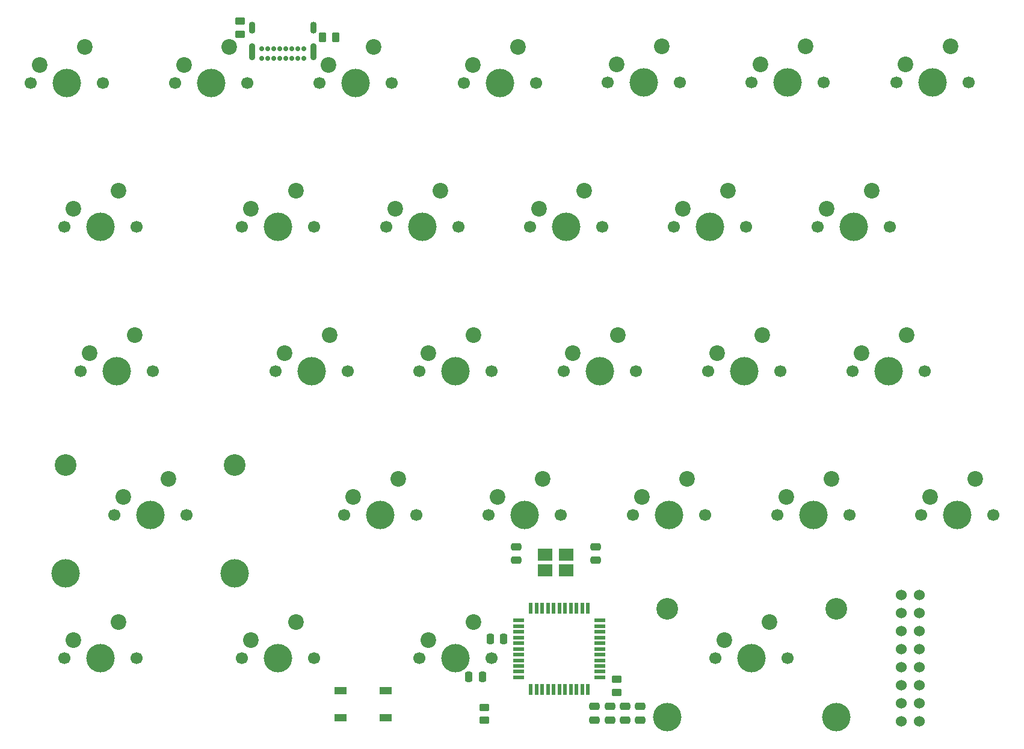
<source format=gbr>
%TF.GenerationSoftware,KiCad,Pcbnew,6.0.2+dfsg-1*%
%TF.CreationDate,2023-05-02T18:44:16+02:00*%
%TF.ProjectId,keyboard2_ctrl,6b657962-6f61-4726-9432-5f6374726c2e,rev?*%
%TF.SameCoordinates,Original*%
%TF.FileFunction,Soldermask,Bot*%
%TF.FilePolarity,Negative*%
%FSLAX46Y46*%
G04 Gerber Fmt 4.6, Leading zero omitted, Abs format (unit mm)*
G04 Created by KiCad (PCBNEW 6.0.2+dfsg-1) date 2023-05-02 18:44:16*
%MOMM*%
%LPD*%
G01*
G04 APERTURE LIST*
G04 Aperture macros list*
%AMRoundRect*
0 Rectangle with rounded corners*
0 $1 Rounding radius*
0 $2 $3 $4 $5 $6 $7 $8 $9 X,Y pos of 4 corners*
0 Add a 4 corners polygon primitive as box body*
4,1,4,$2,$3,$4,$5,$6,$7,$8,$9,$2,$3,0*
0 Add four circle primitives for the rounded corners*
1,1,$1+$1,$2,$3*
1,1,$1+$1,$4,$5*
1,1,$1+$1,$6,$7*
1,1,$1+$1,$8,$9*
0 Add four rect primitives between the rounded corners*
20,1,$1+$1,$2,$3,$4,$5,0*
20,1,$1+$1,$4,$5,$6,$7,0*
20,1,$1+$1,$6,$7,$8,$9,0*
20,1,$1+$1,$8,$9,$2,$3,0*%
G04 Aperture macros list end*
%ADD10C,1.700000*%
%ADD11C,4.000000*%
%ADD12C,2.200000*%
%ADD13C,3.050000*%
%ADD14RoundRect,0.250000X-0.450000X0.262500X-0.450000X-0.262500X0.450000X-0.262500X0.450000X0.262500X0*%
%ADD15R,2.100000X1.725000*%
%ADD16RoundRect,0.250000X0.475000X-0.250000X0.475000X0.250000X-0.475000X0.250000X-0.475000X-0.250000X0*%
%ADD17RoundRect,0.250000X-0.475000X0.250000X-0.475000X-0.250000X0.475000X-0.250000X0.475000X0.250000X0*%
%ADD18C,1.524000*%
%ADD19R,1.500000X0.550000*%
%ADD20R,0.550000X1.500000*%
%ADD21R,1.700000X1.000000*%
%ADD22RoundRect,0.250000X0.262500X0.450000X-0.262500X0.450000X-0.262500X-0.450000X0.262500X-0.450000X0*%
%ADD23C,0.700000*%
%ADD24O,0.900000X1.700000*%
%ADD25O,0.900000X2.400000*%
%ADD26RoundRect,0.250000X-0.250000X-0.475000X0.250000X-0.475000X0.250000X0.475000X-0.250000X0.475000X0*%
%ADD27RoundRect,0.250000X0.250000X0.475000X-0.250000X0.475000X-0.250000X-0.475000X0.250000X-0.475000X0*%
G04 APERTURE END LIST*
D10*
%TO.C,K_E1*%
X108430873Y-55055766D03*
D11*
X103350873Y-55055766D03*
D10*
X98270873Y-55055766D03*
D12*
X105890873Y-49975766D03*
X99540873Y-52515766D03*
%TD*%
D10*
%TO.C,K_S1*%
X82686682Y-75379673D03*
D11*
X87766682Y-75379673D03*
D10*
X92846682Y-75379673D03*
D12*
X90306682Y-70299673D03*
X83956682Y-72839673D03*
%TD*%
D10*
%TO.C,K_1*%
X48300144Y-34798000D03*
D11*
X53380144Y-34798000D03*
D10*
X58460144Y-34798000D03*
D12*
X55920144Y-29718000D03*
X49570144Y-32258000D03*
%TD*%
D10*
%TO.C,K_V1*%
X133062576Y-95612304D03*
D11*
X138142576Y-95612304D03*
D10*
X143222576Y-95612304D03*
D12*
X140682576Y-90532304D03*
X134332576Y-93072304D03*
%TD*%
D10*
%TO.C,K_Alt1*%
X82658568Y-115790049D03*
D11*
X87738568Y-115790049D03*
D10*
X92818568Y-115790049D03*
D12*
X90278568Y-110710049D03*
X83928568Y-113250049D03*
%TD*%
D10*
%TO.C,K_C1*%
X122846509Y-95612304D03*
D11*
X117766509Y-95612304D03*
D10*
X112686509Y-95612304D03*
D12*
X120306509Y-90532304D03*
X113956509Y-93072304D03*
%TD*%
D10*
%TO.C,K_3*%
X88900000Y-34798000D03*
X99060000Y-34798000D03*
D11*
X93980000Y-34798000D03*
D12*
X96520000Y-29718000D03*
X90170000Y-32258000D03*
%TD*%
D11*
%TO.C,K_2*%
X73660000Y-34798000D03*
D10*
X68580000Y-34798000D03*
X78740000Y-34798000D03*
D12*
X76200000Y-29718000D03*
X69850000Y-32258000D03*
%TD*%
D10*
%TO.C,K_Tab1*%
X32679165Y-55051483D03*
D11*
X37759165Y-55051483D03*
D10*
X42839165Y-55051483D03*
D12*
X40299165Y-49971483D03*
X33949165Y-52511483D03*
%TD*%
D10*
%TO.C,K_6*%
X159990270Y-34755006D03*
D11*
X154910270Y-34755006D03*
D10*
X149830270Y-34755006D03*
D12*
X157450270Y-29675006D03*
X151100270Y-32215006D03*
%TD*%
D10*
%TO.C,K_D1*%
X113127860Y-75377136D03*
X102967860Y-75377136D03*
D11*
X108047860Y-75377136D03*
D12*
X110587860Y-70297136D03*
X104237860Y-72837136D03*
%TD*%
D10*
%TO.C,K_4*%
X119369316Y-34768489D03*
X109209316Y-34768489D03*
D11*
X114289316Y-34768489D03*
D12*
X116829316Y-29688489D03*
X110479316Y-32228489D03*
%TD*%
D10*
%TO.C,K_F1*%
X123306460Y-75377136D03*
D11*
X128386460Y-75377136D03*
D10*
X133466460Y-75377136D03*
D12*
X130926460Y-70297136D03*
X124576460Y-72837136D03*
%TD*%
D10*
%TO.C,K_X1*%
X92413932Y-95612304D03*
X102573932Y-95612304D03*
D11*
X97493932Y-95612304D03*
D12*
X100033932Y-90532304D03*
X93683932Y-93072304D03*
%TD*%
D11*
%TO.C,K_Esc1*%
X33020000Y-34798000D03*
D10*
X38100000Y-34798000D03*
X27940000Y-34798000D03*
D12*
X35560000Y-29718000D03*
X29210000Y-32258000D03*
%TD*%
D11*
%TO.C,K_Shift1*%
X32895762Y-103838020D03*
X44795762Y-95598020D03*
X56695762Y-103838020D03*
D10*
X49875762Y-95598020D03*
D13*
X32895762Y-88598020D03*
X56695762Y-88598020D03*
D10*
X39715762Y-95598020D03*
D12*
X47335762Y-90518020D03*
X40985762Y-93058020D03*
%TD*%
D10*
%TO.C,K_B1*%
X163478653Y-95612304D03*
D11*
X158398653Y-95612304D03*
D10*
X153318653Y-95612304D03*
D12*
X160938653Y-90532304D03*
X154588653Y-93072304D03*
%TD*%
D11*
%TO.C,K_5*%
X134468949Y-34755006D03*
D10*
X139548949Y-34755006D03*
X129388949Y-34755006D03*
D12*
X137008949Y-29675006D03*
X130658949Y-32215006D03*
%TD*%
D11*
%TO.C,K_Q1*%
X62778198Y-55055766D03*
D10*
X67858198Y-55055766D03*
X57698198Y-55055766D03*
D12*
X65318198Y-49975766D03*
X58968198Y-52515766D03*
%TD*%
D11*
%TO.C,K_W1*%
X83068376Y-55055766D03*
D10*
X88148376Y-55055766D03*
X77988376Y-55055766D03*
D12*
X85608376Y-49975766D03*
X79258376Y-52515766D03*
%TD*%
D11*
%TO.C,K_G1*%
X148685554Y-75377136D03*
D10*
X143605554Y-75377136D03*
X153765554Y-75377136D03*
D12*
X151225554Y-70297136D03*
X144875554Y-72837136D03*
%TD*%
D10*
%TO.C,K_Space1*%
X124339215Y-115790049D03*
D13*
X117519215Y-108790049D03*
X141319215Y-108790049D03*
D11*
X141319215Y-124030049D03*
X117519215Y-124030049D03*
X129419215Y-115790049D03*
D10*
X134499215Y-115790049D03*
D12*
X131959215Y-110710049D03*
X125609215Y-113250049D03*
%TD*%
D11*
%TO.C,K_T1*%
X143771800Y-55055766D03*
D10*
X148851800Y-55055766D03*
X138691800Y-55055766D03*
D12*
X146311800Y-49975766D03*
X139961800Y-52515766D03*
%TD*%
D11*
%TO.C,K_R1*%
X123526755Y-55055766D03*
D10*
X128606755Y-55055766D03*
X118446755Y-55055766D03*
D12*
X126066755Y-49975766D03*
X119716755Y-52515766D03*
%TD*%
D11*
%TO.C,K_Ctrl1*%
X37759165Y-115790049D03*
D10*
X32679165Y-115790049D03*
X42839165Y-115790049D03*
D12*
X40299165Y-110710049D03*
X33949165Y-113250049D03*
%TD*%
D11*
%TO.C,K_Lin1*%
X62810929Y-115790049D03*
D10*
X57730929Y-115790049D03*
X67890929Y-115790049D03*
D12*
X65350929Y-110710049D03*
X59000929Y-113250049D03*
%TD*%
D10*
%TO.C,K_Caps-Lock1*%
X35038987Y-75379673D03*
X45198987Y-75379673D03*
D11*
X40118987Y-75379673D03*
D12*
X42658987Y-70299673D03*
X36308987Y-72839673D03*
%TD*%
D11*
%TO.C,K_A1*%
X67474513Y-75379673D03*
D10*
X62394513Y-75379673D03*
X72554513Y-75379673D03*
D12*
X70014513Y-70299673D03*
X63664513Y-72839673D03*
%TD*%
D11*
%TO.C,K_Z1*%
X77176815Y-95612304D03*
D10*
X72096815Y-95612304D03*
X82256815Y-95612304D03*
D12*
X79716815Y-90532304D03*
X73366815Y-93072304D03*
%TD*%
D14*
%TO.C,R_C1*%
X57411360Y-26124036D03*
X57411360Y-27949036D03*
%TD*%
D15*
%TO.C,xital1*%
X100393142Y-101216348D03*
X103293142Y-101216348D03*
X103293142Y-103391348D03*
X100393142Y-103391348D03*
%TD*%
D16*
%TO.C,C_xi1*%
X96265456Y-101995109D03*
X96265456Y-100095109D03*
%TD*%
D17*
%TO.C,C1*%
X111610689Y-122536091D03*
X111610689Y-124436091D03*
%TD*%
D18*
%TO.C,pp1*%
X150524467Y-106861521D03*
X150524467Y-109401521D03*
X150524467Y-111941521D03*
X150524467Y-114481521D03*
X150524467Y-117021521D03*
X150524467Y-119561521D03*
X150524467Y-122101521D03*
X150524467Y-124641521D03*
X153064467Y-106861521D03*
X153064467Y-109401521D03*
X153064467Y-111941521D03*
X153064467Y-114481521D03*
X153064467Y-117021521D03*
X153064467Y-119561521D03*
X153064467Y-122101521D03*
X153064467Y-124641521D03*
%TD*%
D17*
%TO.C,C2*%
X109483982Y-122536091D03*
X109483982Y-124436091D03*
%TD*%
D19*
%TO.C,Cerveau1*%
X96674811Y-118453316D03*
X96674811Y-117653316D03*
X96674811Y-116853316D03*
X96674811Y-116053316D03*
X96674811Y-115253316D03*
X96674811Y-114453316D03*
X96674811Y-113653316D03*
X96674811Y-112853316D03*
X96674811Y-112053316D03*
X96674811Y-111253316D03*
X96674811Y-110453316D03*
D20*
X98374811Y-108753316D03*
X99174811Y-108753316D03*
X99974811Y-108753316D03*
X100774811Y-108753316D03*
X101574811Y-108753316D03*
X102374811Y-108753316D03*
X103174811Y-108753316D03*
X103974811Y-108753316D03*
X104774811Y-108753316D03*
X105574811Y-108753316D03*
X106374811Y-108753316D03*
D19*
X108074811Y-110453316D03*
X108074811Y-111253316D03*
X108074811Y-112053316D03*
X108074811Y-112853316D03*
X108074811Y-113653316D03*
X108074811Y-114453316D03*
X108074811Y-115253316D03*
X108074811Y-116053316D03*
X108074811Y-116853316D03*
X108074811Y-117653316D03*
X108074811Y-118453316D03*
D20*
X106374811Y-120153316D03*
X105574811Y-120153316D03*
X104774811Y-120153316D03*
X103974811Y-120153316D03*
X103174811Y-120153316D03*
X102374811Y-120153316D03*
X101574811Y-120153316D03*
X100774811Y-120153316D03*
X99974811Y-120153316D03*
X99174811Y-120153316D03*
X98374811Y-120153316D03*
%TD*%
D21*
%TO.C,SW1*%
X77890706Y-120320764D03*
X71590706Y-120320764D03*
X77890706Y-124120764D03*
X71590706Y-124120764D03*
%TD*%
D16*
%TO.C,C_xi2*%
X107506349Y-101996305D03*
X107506349Y-100096305D03*
%TD*%
D22*
%TO.C,R_C2*%
X70865422Y-28382592D03*
X69040422Y-28382592D03*
%TD*%
D23*
%TO.C,USB_C1*%
X60487914Y-31353386D03*
X61337914Y-31353386D03*
X62187914Y-31353386D03*
X63037914Y-31353386D03*
X63887914Y-31353386D03*
X64737914Y-31353386D03*
X65587914Y-31353386D03*
X66437914Y-31353386D03*
X66437914Y-30003386D03*
X65587914Y-30003386D03*
X64737914Y-30003386D03*
X63887914Y-30003386D03*
X63037914Y-30003386D03*
X62187914Y-30003386D03*
X61337914Y-30003386D03*
X60487914Y-30003386D03*
D24*
X59137914Y-26993386D03*
X67787914Y-26993386D03*
D25*
X59137914Y-30373386D03*
X67787914Y-30373386D03*
%TD*%
D17*
%TO.C,C4*%
X113715242Y-122536091D03*
X113715242Y-124436091D03*
%TD*%
D26*
%TO.C,0.1*%
X92663208Y-113055960D03*
X94563208Y-113055960D03*
%TD*%
D14*
%TO.C,R_HWB1*%
X110427759Y-118755135D03*
X110427759Y-120580135D03*
%TD*%
%TO.C,R1*%
X91821687Y-122679603D03*
X91821687Y-124504603D03*
%TD*%
D27*
%TO.C,Cglob1*%
X91521143Y-118363888D03*
X89621143Y-118363888D03*
%TD*%
D17*
%TO.C,C3*%
X107335122Y-122536091D03*
X107335122Y-124436091D03*
%TD*%
M02*

</source>
